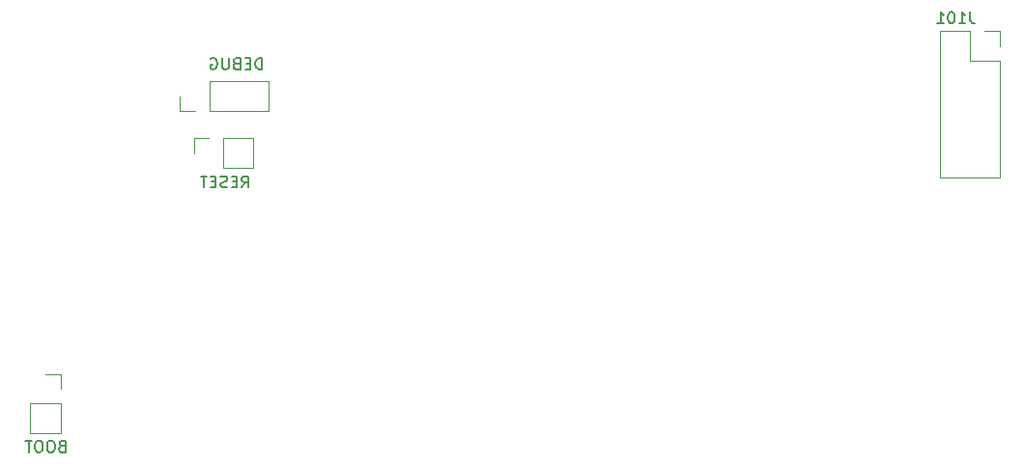
<source format=gbo>
G04 #@! TF.GenerationSoftware,KiCad,Pcbnew,(6.0.0)*
G04 #@! TF.CreationDate,2022-04-06T23:58:59+02:00*
G04 #@! TF.ProjectId,GenerativeEngine,47656e65-7261-4746-9976-65456e67696e,rev?*
G04 #@! TF.SameCoordinates,Original*
G04 #@! TF.FileFunction,Legend,Bot*
G04 #@! TF.FilePolarity,Positive*
%FSLAX46Y46*%
G04 Gerber Fmt 4.6, Leading zero omitted, Abs format (unit mm)*
G04 Created by KiCad (PCBNEW (6.0.0)) date 2022-04-06 23:58:59*
%MOMM*%
%LPD*%
G01*
G04 APERTURE LIST*
%ADD10C,0.150000*%
%ADD11C,0.120000*%
%ADD12C,1.575000*%
%ADD13C,1.800000*%
%ADD14C,1.950000*%
%ADD15R,1.800000X1.800000*%
%ADD16C,1.650000*%
%ADD17C,4.800000*%
%ADD18O,1.600000X2.000000*%
%ADD19R,1.700000X1.700000*%
%ADD20O,1.700000X1.700000*%
G04 APERTURE END LIST*
D10*
X62850542Y-101350771D02*
X62707685Y-101398390D01*
X62660066Y-101446009D01*
X62612447Y-101541247D01*
X62612447Y-101684104D01*
X62660066Y-101779342D01*
X62707685Y-101826961D01*
X62802923Y-101874580D01*
X63183876Y-101874580D01*
X63183876Y-100874580D01*
X62850542Y-100874580D01*
X62755304Y-100922200D01*
X62707685Y-100969819D01*
X62660066Y-101065057D01*
X62660066Y-101160295D01*
X62707685Y-101255533D01*
X62755304Y-101303152D01*
X62850542Y-101350771D01*
X63183876Y-101350771D01*
X61993400Y-100874580D02*
X61802923Y-100874580D01*
X61707685Y-100922200D01*
X61612447Y-101017438D01*
X61564828Y-101207914D01*
X61564828Y-101541247D01*
X61612447Y-101731723D01*
X61707685Y-101826961D01*
X61802923Y-101874580D01*
X61993400Y-101874580D01*
X62088638Y-101826961D01*
X62183876Y-101731723D01*
X62231495Y-101541247D01*
X62231495Y-101207914D01*
X62183876Y-101017438D01*
X62088638Y-100922200D01*
X61993400Y-100874580D01*
X60945780Y-100874580D02*
X60755304Y-100874580D01*
X60660066Y-100922200D01*
X60564828Y-101017438D01*
X60517209Y-101207914D01*
X60517209Y-101541247D01*
X60564828Y-101731723D01*
X60660066Y-101826961D01*
X60755304Y-101874580D01*
X60945780Y-101874580D01*
X61041019Y-101826961D01*
X61136257Y-101731723D01*
X61183876Y-101541247D01*
X61183876Y-101207914D01*
X61136257Y-101017438D01*
X61041019Y-100922200D01*
X60945780Y-100874580D01*
X60231495Y-100874580D02*
X59660066Y-100874580D01*
X59945780Y-101874580D02*
X59945780Y-100874580D01*
X80393895Y-68295780D02*
X80393895Y-67295780D01*
X80155800Y-67295780D01*
X80012942Y-67343400D01*
X79917704Y-67438638D01*
X79870085Y-67533876D01*
X79822466Y-67724352D01*
X79822466Y-67867209D01*
X79870085Y-68057685D01*
X79917704Y-68152923D01*
X80012942Y-68248161D01*
X80155800Y-68295780D01*
X80393895Y-68295780D01*
X79393895Y-67771971D02*
X79060561Y-67771971D01*
X78917704Y-68295780D02*
X79393895Y-68295780D01*
X79393895Y-67295780D01*
X78917704Y-67295780D01*
X78155800Y-67771971D02*
X78012942Y-67819590D01*
X77965323Y-67867209D01*
X77917704Y-67962447D01*
X77917704Y-68105304D01*
X77965323Y-68200542D01*
X78012942Y-68248161D01*
X78108180Y-68295780D01*
X78489133Y-68295780D01*
X78489133Y-67295780D01*
X78155800Y-67295780D01*
X78060561Y-67343400D01*
X78012942Y-67391019D01*
X77965323Y-67486257D01*
X77965323Y-67581495D01*
X78012942Y-67676733D01*
X78060561Y-67724352D01*
X78155800Y-67771971D01*
X78489133Y-67771971D01*
X77489133Y-67295780D02*
X77489133Y-68105304D01*
X77441514Y-68200542D01*
X77393895Y-68248161D01*
X77298657Y-68295780D01*
X77108180Y-68295780D01*
X77012942Y-68248161D01*
X76965323Y-68200542D01*
X76917704Y-68105304D01*
X76917704Y-67295780D01*
X75917704Y-67343400D02*
X76012942Y-67295780D01*
X76155800Y-67295780D01*
X76298657Y-67343400D01*
X76393895Y-67438638D01*
X76441514Y-67533876D01*
X76489133Y-67724352D01*
X76489133Y-67867209D01*
X76441514Y-68057685D01*
X76393895Y-68152923D01*
X76298657Y-68248161D01*
X76155800Y-68295780D01*
X76060561Y-68295780D01*
X75917704Y-68248161D01*
X75870085Y-68200542D01*
X75870085Y-67867209D01*
X76060561Y-67867209D01*
X142489314Y-63236780D02*
X142489314Y-63951066D01*
X142536933Y-64093923D01*
X142632171Y-64189161D01*
X142775028Y-64236780D01*
X142870266Y-64236780D01*
X141489314Y-64236780D02*
X142060742Y-64236780D01*
X141775028Y-64236780D02*
X141775028Y-63236780D01*
X141870266Y-63379638D01*
X141965504Y-63474876D01*
X142060742Y-63522495D01*
X140870266Y-63236780D02*
X140775028Y-63236780D01*
X140679790Y-63284400D01*
X140632171Y-63332019D01*
X140584552Y-63427257D01*
X140536933Y-63617733D01*
X140536933Y-63855828D01*
X140584552Y-64046304D01*
X140632171Y-64141542D01*
X140679790Y-64189161D01*
X140775028Y-64236780D01*
X140870266Y-64236780D01*
X140965504Y-64189161D01*
X141013123Y-64141542D01*
X141060742Y-64046304D01*
X141108361Y-63855828D01*
X141108361Y-63617733D01*
X141060742Y-63427257D01*
X141013123Y-63332019D01*
X140965504Y-63284400D01*
X140870266Y-63236780D01*
X139584552Y-64236780D02*
X140155980Y-64236780D01*
X139870266Y-64236780D02*
X139870266Y-63236780D01*
X139965504Y-63379638D01*
X140060742Y-63474876D01*
X140155980Y-63522495D01*
X78642980Y-78658980D02*
X78976314Y-78182790D01*
X79214409Y-78658980D02*
X79214409Y-77658980D01*
X78833457Y-77658980D01*
X78738219Y-77706600D01*
X78690600Y-77754219D01*
X78642980Y-77849457D01*
X78642980Y-77992314D01*
X78690600Y-78087552D01*
X78738219Y-78135171D01*
X78833457Y-78182790D01*
X79214409Y-78182790D01*
X78214409Y-78135171D02*
X77881076Y-78135171D01*
X77738219Y-78658980D02*
X78214409Y-78658980D01*
X78214409Y-77658980D01*
X77738219Y-77658980D01*
X77357266Y-78611361D02*
X77214409Y-78658980D01*
X76976314Y-78658980D01*
X76881076Y-78611361D01*
X76833457Y-78563742D01*
X76785838Y-78468504D01*
X76785838Y-78373266D01*
X76833457Y-78278028D01*
X76881076Y-78230409D01*
X76976314Y-78182790D01*
X77166790Y-78135171D01*
X77262028Y-78087552D01*
X77309647Y-78039933D01*
X77357266Y-77944695D01*
X77357266Y-77849457D01*
X77309647Y-77754219D01*
X77262028Y-77706600D01*
X77166790Y-77658980D01*
X76928695Y-77658980D01*
X76785838Y-77706600D01*
X76357266Y-78135171D02*
X76023933Y-78135171D01*
X75881076Y-78658980D02*
X76357266Y-78658980D01*
X76357266Y-77658980D01*
X75881076Y-77658980D01*
X75595361Y-77658980D02*
X75023933Y-77658980D01*
X75309647Y-78658980D02*
X75309647Y-77658980D01*
D11*
X62747200Y-96337200D02*
X62747200Y-95007200D01*
X60087200Y-97607200D02*
X60087200Y-100207200D01*
X62747200Y-100207200D02*
X60087200Y-100207200D01*
X62747200Y-95007200D02*
X61417200Y-95007200D01*
X62747200Y-97607200D02*
X62747200Y-100207200D01*
X62747200Y-97607200D02*
X60087200Y-97607200D01*
X73219000Y-71967400D02*
X74549000Y-71967400D01*
X75819000Y-69307400D02*
X75819000Y-71967400D01*
X80959000Y-69307400D02*
X80959000Y-71967400D01*
X75819000Y-71967400D02*
X80959000Y-71967400D01*
X73219000Y-70637400D02*
X73219000Y-71967400D01*
X75819000Y-69307400D02*
X80959000Y-69307400D01*
X145048200Y-67518200D02*
X145048200Y-77738200D01*
X139848200Y-64918200D02*
X139848200Y-77738200D01*
X145048200Y-67518200D02*
X142448200Y-67518200D01*
X142448200Y-64918200D02*
X139848200Y-64918200D01*
X145048200Y-66248200D02*
X145048200Y-64918200D01*
X145048200Y-77738200D02*
X139848200Y-77738200D01*
X142448200Y-67518200D02*
X142448200Y-64918200D01*
X145048200Y-64918200D02*
X143718200Y-64918200D01*
X77033200Y-74285800D02*
X79633200Y-74285800D01*
X75763200Y-74285800D02*
X74433200Y-74285800D01*
X79633200Y-74285800D02*
X79633200Y-76945800D01*
X74433200Y-74285800D02*
X74433200Y-75615800D01*
X77033200Y-76945800D02*
X79633200Y-76945800D01*
X77033200Y-74285800D02*
X77033200Y-76945800D01*
%LPC*%
D12*
X109560400Y-108027400D03*
X109560400Y-114527400D03*
X114060400Y-108027400D03*
X114060400Y-114527400D03*
X66060900Y-96527400D03*
X66060900Y-103027400D03*
X70560900Y-96527400D03*
X70560900Y-103027400D03*
D13*
X144964200Y-141734400D03*
X141864200Y-141734400D03*
X133564200Y-141734400D03*
D12*
X59560900Y-108027400D03*
X59560900Y-114527400D03*
X64060900Y-108027400D03*
X64060900Y-114527400D03*
X56984200Y-49834400D03*
X56984200Y-56334400D03*
X61484200Y-49834400D03*
X61484200Y-56334400D03*
X66484200Y-60334400D03*
X66484200Y-66834400D03*
X70984200Y-60334400D03*
X70984200Y-66834400D03*
X72060900Y-108027400D03*
X72060900Y-114527400D03*
X76560900Y-108027400D03*
X76560900Y-114527400D03*
X47484200Y-60334400D03*
X47484200Y-66834400D03*
X51984200Y-60334400D03*
X51984200Y-66834400D03*
X84560900Y-108027400D03*
X84560900Y-114527400D03*
X89060900Y-108027400D03*
X89060900Y-114527400D03*
D13*
X49964200Y-151110800D03*
X46864200Y-151110800D03*
X38564200Y-151110800D03*
D14*
X41225400Y-82983800D03*
X41225400Y-89583800D03*
D12*
X91060900Y-96527400D03*
X91060900Y-103027400D03*
X95560900Y-96527400D03*
X95560900Y-103027400D03*
X134560400Y-108027400D03*
X134560400Y-114527400D03*
X139060400Y-108027400D03*
X139060400Y-114527400D03*
D13*
X81964200Y-132334400D03*
X78864200Y-132334400D03*
X70564200Y-132334400D03*
X49959200Y-132334400D03*
X46859200Y-132334400D03*
X38559200Y-132334400D03*
D15*
X42839200Y-50882400D03*
D13*
X45379200Y-50882400D03*
D12*
X122060400Y-108027400D03*
X122060400Y-114527400D03*
X126560400Y-108027400D03*
X126560400Y-114527400D03*
X116060900Y-96527400D03*
X116060900Y-103027400D03*
X120560900Y-96527400D03*
X120560900Y-103027400D03*
D13*
X113464200Y-132334400D03*
X110364200Y-132334400D03*
X102064200Y-132334400D03*
D12*
X53560900Y-96527400D03*
X53560900Y-103027400D03*
X58060900Y-96527400D03*
X58060900Y-103027400D03*
D13*
X113464200Y-141734400D03*
X110364200Y-141734400D03*
X102064200Y-141734400D03*
D12*
X56984200Y-70834400D03*
X56984200Y-77334400D03*
X61484200Y-70834400D03*
X61484200Y-77334400D03*
D13*
X113464200Y-151110800D03*
X110364200Y-151110800D03*
X102064200Y-151110800D03*
X144964200Y-151134400D03*
X141864200Y-151134400D03*
X133564200Y-151134400D03*
D16*
X126227000Y-71267500D03*
X131227000Y-71267500D03*
X128727000Y-71267500D03*
D17*
X134427000Y-63767500D03*
X123027000Y-63767500D03*
D18*
X89018600Y-53912200D03*
X91558600Y-53912200D03*
X94098600Y-53912200D03*
X96638600Y-53912200D03*
D13*
X144964200Y-132334400D03*
X141864200Y-132334400D03*
X133564200Y-132334400D03*
D12*
X97060900Y-108027400D03*
X97060900Y-114527400D03*
X101560900Y-108027400D03*
X101560900Y-114527400D03*
D13*
X81964200Y-151110800D03*
X78864200Y-151110800D03*
X70564200Y-151110800D03*
D12*
X126485328Y-80758410D03*
X126485328Y-87258410D03*
X130985328Y-80758410D03*
X130985328Y-87258410D03*
X47060900Y-108027400D03*
X47060900Y-114527400D03*
X51560900Y-108027400D03*
X51560900Y-114527400D03*
D13*
X81964200Y-141734400D03*
X78864200Y-141734400D03*
X70564200Y-141734400D03*
D12*
X56984200Y-60334400D03*
X56984200Y-66834400D03*
X61484200Y-60334400D03*
X61484200Y-66834400D03*
X103560900Y-96527400D03*
X103560900Y-103027400D03*
X108060900Y-96527400D03*
X108060900Y-103027400D03*
D13*
X49964200Y-141734400D03*
X46864200Y-141734400D03*
X38564200Y-141734400D03*
D19*
X61417200Y-96337200D03*
D20*
X61417200Y-98877200D03*
D19*
X74549000Y-70637400D03*
D20*
X77089000Y-70637400D03*
X79629000Y-70637400D03*
D19*
X143718200Y-66248200D03*
D20*
X141178200Y-66248200D03*
X143718200Y-68788200D03*
X141178200Y-68788200D03*
X143718200Y-71328200D03*
X141178200Y-71328200D03*
X143718200Y-73868200D03*
X141178200Y-73868200D03*
X143718200Y-76408200D03*
X141178200Y-76408200D03*
D19*
X75763200Y-75615800D03*
D20*
X78303200Y-75615800D03*
M02*

</source>
